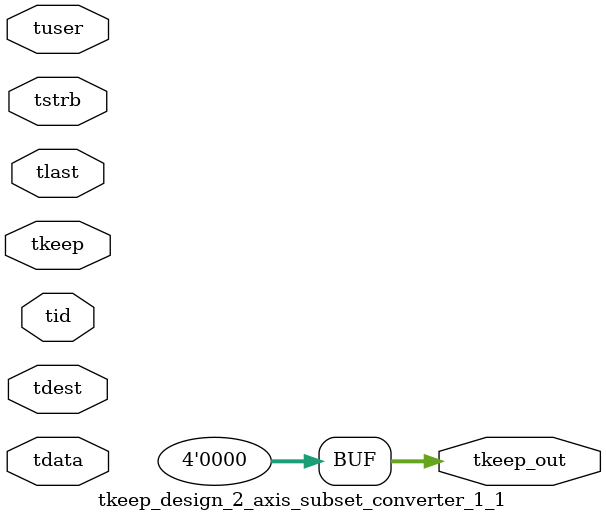
<source format=v>


`timescale 1ps/1ps

module tkeep_design_2_axis_subset_converter_1_1 #
(
parameter C_S_AXIS_TDATA_WIDTH = 32,
parameter C_S_AXIS_TUSER_WIDTH = 0,
parameter C_S_AXIS_TID_WIDTH   = 0,
parameter C_S_AXIS_TDEST_WIDTH = 0,
parameter C_M_AXIS_TDATA_WIDTH = 32
)
(
input  [(C_S_AXIS_TDATA_WIDTH == 0 ? 1 : C_S_AXIS_TDATA_WIDTH)-1:0     ] tdata,
input  [(C_S_AXIS_TUSER_WIDTH == 0 ? 1 : C_S_AXIS_TUSER_WIDTH)-1:0     ] tuser,
input  [(C_S_AXIS_TID_WIDTH   == 0 ? 1 : C_S_AXIS_TID_WIDTH)-1:0       ] tid,
input  [(C_S_AXIS_TDEST_WIDTH == 0 ? 1 : C_S_AXIS_TDEST_WIDTH)-1:0     ] tdest,
input  [(C_S_AXIS_TDATA_WIDTH/8)-1:0 ] tkeep,
input  [(C_S_AXIS_TDATA_WIDTH/8)-1:0 ] tstrb,
input                                                                    tlast,
output [(C_M_AXIS_TDATA_WIDTH/8)-1:0 ] tkeep_out
);

assign tkeep_out = {1'b0};

endmodule


</source>
